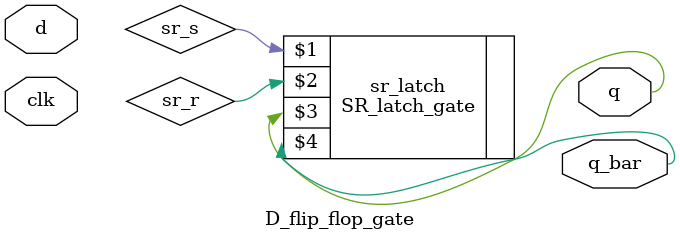
<source format=v>
`timescale 1ns/10ps
`include "1-SR-latch.v"
module D_flip_flop_gate (input d,   
              input clk,  
              output q,
              output q_bar);  
    
    not(d , not_d);
    nand (not_d, clk, sr_r);
    nand (d, clk, sr_s);
    SR_latch_gate sr_latch(sr_s, sr_r, q, q_bar);

endmodule 
</source>
